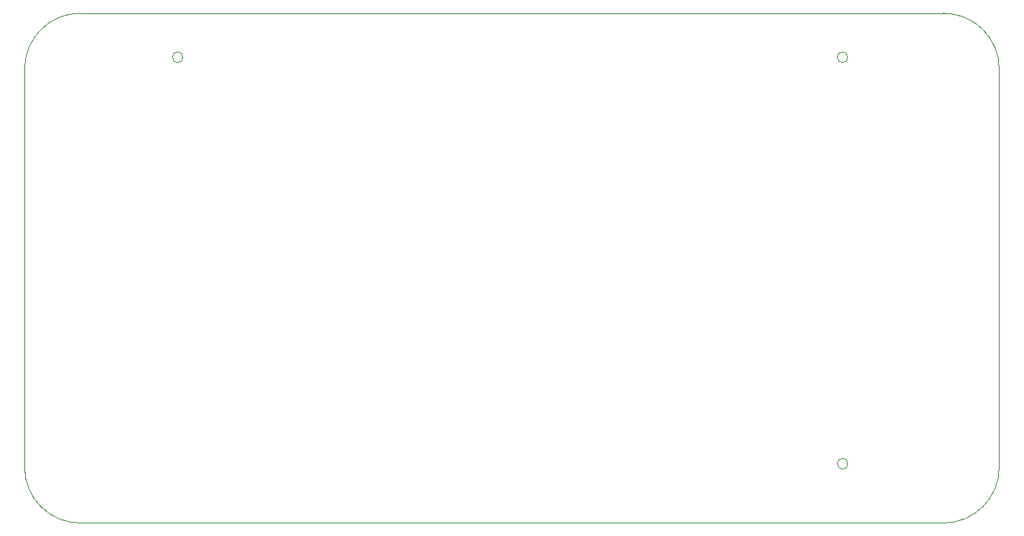
<source format=gbr>
%TF.GenerationSoftware,KiCad,Pcbnew,(5.1.8)-1*%
%TF.CreationDate,2021-03-29T14:59:59+03:00*%
%TF.ProjectId,STM32_PCB,53544d33-325f-4504-9342-2e6b69636164,rev?*%
%TF.SameCoordinates,Original*%
%TF.FileFunction,Profile,NP*%
%FSLAX46Y46*%
G04 Gerber Fmt 4.6, Leading zero omitted, Abs format (unit mm)*
G04 Created by KiCad (PCBNEW (5.1.8)-1) date 2021-03-29 14:59:59*
%MOMM*%
%LPD*%
G01*
G04 APERTURE LIST*
%TA.AperFunction,Profile*%
%ADD10C,0.050000*%
%TD*%
G04 APERTURE END LIST*
D10*
X154700000Y-118600000D02*
G75*
G03*
X154700000Y-118600000I-576000J0D01*
G01*
X154700000Y-74750000D02*
G75*
G03*
X154700000Y-74750000I-576000J0D01*
G01*
X83076000Y-74750000D02*
G75*
G03*
X83076000Y-74750000I-576000J0D01*
G01*
X66000000Y-76000000D02*
G75*
G02*
X72000000Y-70000000I6000000J0D01*
G01*
X72000000Y-125000000D02*
G75*
G02*
X66000000Y-119000000I0J6000000D01*
G01*
X171000000Y-119000000D02*
G75*
G02*
X165000000Y-125000000I-6000000J0D01*
G01*
X165000000Y-70000000D02*
G75*
G02*
X171000000Y-76000000I0J-6000000D01*
G01*
X171000000Y-76000000D02*
X171000000Y-119000000D01*
X72000000Y-125000000D02*
X165000000Y-125000000D01*
X66000000Y-76000000D02*
X66000000Y-119000000D01*
X165000000Y-70000000D02*
X72000000Y-70000000D01*
M02*

</source>
